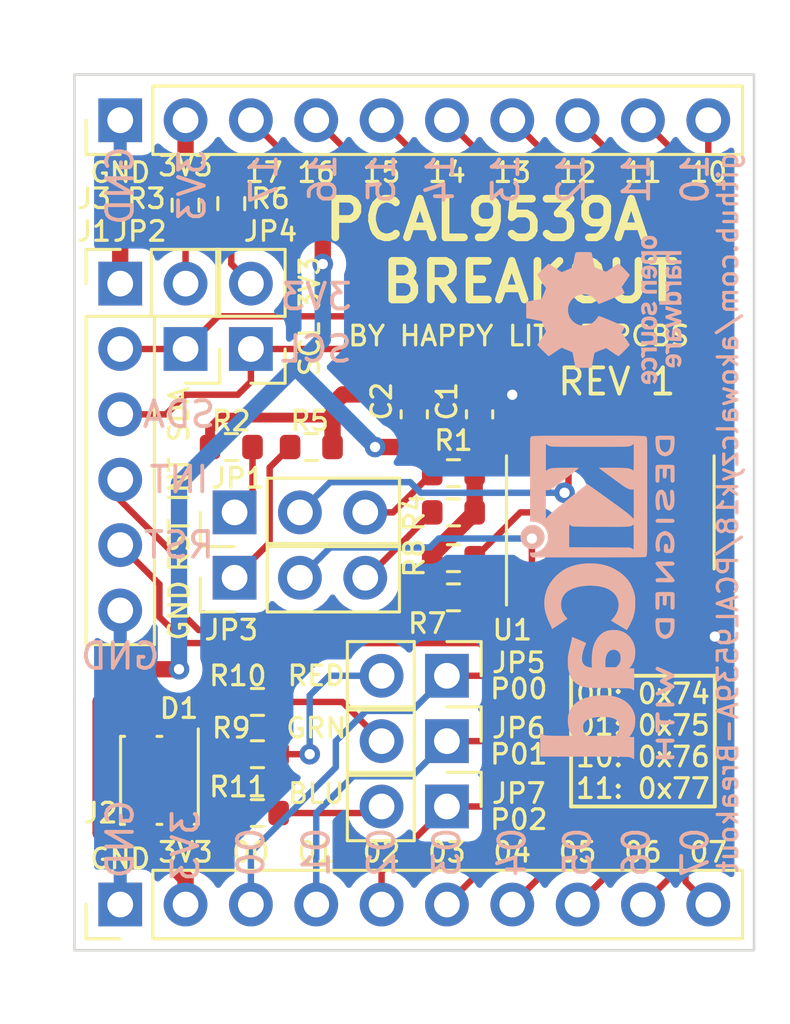
<source format=kicad_pcb>
(kicad_pcb (version 20201002) (generator pcbnew)
  (layers (0 "F.Cu" signal) (31 "B.Cu" signal) (34 "B.Paste" user) (35 "F.Paste" user) (36 "B.SilkS" user "B.Silkscreen") (37 "F.SilkS" user "F.Silkscreen") (38 "B.Mask" user) (39 "F.Mask" user) (44 "Edge.Cuts" user))
  (net 0 "")
  (net 1 "GND")
  (net 2 "+3V3")
  (net 3 "Net-(D1-Pad1)")
  (net 4 "Net-(D1-Pad3)")
  (net 5 "Net-(D1-Pad4)")
  (net 6 "/IO_RST")
  (net 7 "/~IO_INT")
  (net 8 "/IO_SDA")
  (net 9 "/IO_SCL")
  (net 10 "/P0_7")
  (net 11 "/P0_6")
  (net 12 "/P0_5")
  (net 13 "/P0_4")
  (net 14 "/P0_3")
  (net 15 "/P0_2")
  (net 16 "/P0_1")
  (net 17 "/P0_0")
  (net 18 "/P1_7")
  (net 19 "/P1_6")
  (net 20 "/P1_5")
  (net 21 "/P1_4")
  (net 22 "/P1_3")
  (net 23 "/P1_2")
  (net 24 "/P1_1")
  (net 25 "/P1_0")
  (net 26 "Net-(JP1-Pad3)")
  (net 27 "/IO_A0")
  (net 28 "Net-(JP1-Pad1)")
  (net 29 "Net-(JP2-Pad2)")
  (net 30 "Net-(JP3-Pad3)")
  (net 31 "Net-(JP3-Pad1)")
  (net 32 "Net-(JP4-Pad2)")
  (net 33 "Net-(JP5-Pad2)")
  (net 34 "Net-(JP6-Pad2)")
  (net 35 "Net-(JP7-Pad2)")
  (net 36 "/IO_A1")
  (module "Resistor_SMD:R_0603_1608Metric" (layer "F.Cu") (at 139.954 118.618)
    (fp_text reference "R8" (at -1.524 0 270) (layer "F.SilkS") (effects (font (size 0.762 0.762) (thickness 0.127))))
    (fp_text value "4.7k")
    (pad "1" smd roundrect (at -0.825 0) (size 0.8 0.95) (layers "F.Cu" "F.Paste" "F.Mask") (net 2 "+3V3"))
    (pad "2" smd roundrect (at 0.825 0) (size 0.8 0.95) (layers "F.Cu" "F.Paste" "F.Mask") (net 6 "/IO_RST"))
  )
  (module "Resistor_SMD:R_0603_1608Metric" (layer "F.Cu") (at 139.954 115.316 180)
    (fp_text reference "R1" (at 0 1.27) (layer "F.SilkS") (effects (font (size 0.762 0.762) (thickness 0.127))))
    (fp_text value "4.7k")
    (pad "1" smd roundrect (at -0.825 0 180) (size 0.8 0.95) (layers "F.Cu" "F.Paste" "F.Mask") (net 2 "+3V3"))
    (pad "2" smd roundrect (at 0.825 0 180) (size 0.8 0.95) (layers "F.Cu" "F.Paste" "F.Mask") (net 26 "Net-(JP1-Pad3)"))
  )
  (module "Connector_PinHeader_2.54mm:PinHeader_1x02_P2.54mm_Vertical" (layer "F.Cu") (at 139.7 123.19 -90)
    (fp_text reference "JP5" (at -0.508 -2.794 180) (layer "F.SilkS") (effects (font (size 0.762 0.762) (thickness 0.127))))
    (fp_text value "Jumper_2_Bridged")
    (pad "1" thru_hole rect (at 0 0 270) (size 1.7 1.7) (drill 1) (layers *.Cu *.Mask) (net 17 "/P0_0"))
    (pad "2" thru_hole oval (at 0 2.54 270) (size 1.7 1.7) (drill 1) (layers *.Cu *.Mask) (net 33 "Net-(JP5-Pad2)"))
  )
  (module "Resistor_SMD:R_0603_1608Metric" (layer "F.Cu") (at 139.954 116.84 180)
    (fp_text reference "R4" (at 1.524 0 90) (layer "F.SilkS") (effects (font (size 0.762 0.762) (thickness 0.127))))
    (fp_text value "4.7k")
    (pad "1" smd roundrect (at -0.825 0 180) (size 0.8 0.95) (layers "F.Cu" "F.Paste" "F.Mask") (net 2 "+3V3"))
    (pad "2" smd roundrect (at 0.825 0 180) (size 0.8 0.95) (layers "F.Cu" "F.Paste" "F.Mask") (net 30 "Net-(JP3-Pad3)"))
  )
  (module "Resistor_SMD:R_0603_1608Metric" (layer "F.Cu") (at 132.334 128.524)
    (fp_text reference "R11" (at -0.762 -1.016) (layer "F.SilkS") (effects (font (size 0.762 0.762) (thickness 0.127))))
    (fp_text value "150")
    (pad "1" smd roundrect (at -0.825 0) (size 0.8 0.95) (layers "F.Cu" "F.Paste" "F.Mask") (net 4 "Net-(D1-Pad3)"))
    (pad "2" smd roundrect (at 0.825 0) (size 0.8 0.95) (layers "F.Cu" "F.Paste" "F.Mask") (net 35 "Net-(JP7-Pad2)"))
  )
  (module "Connector_PinHeader_2.54mm:PinHeader_1x03_P2.54mm_Vertical" (layer "F.Cu") (at 131.445 116.84 90)
    (fp_text reference "JP1" (at 1.33 0.127 180) (layer "F.SilkS") (effects (font (size 0.762 0.762) (thickness 0.127))))
    (fp_text value "NP")
    (pad "1" thru_hole rect (at 0 0 90) (size 1.7 1.7) (drill 1) (layers *.Cu *.Mask) (net 28 "Net-(JP1-Pad1)"))
    (pad "2" thru_hole oval (at 0 2.54 90) (size 1.7 1.7) (drill 1) (layers *.Cu *.Mask) (net 27 "/IO_A0"))
    (pad "3" thru_hole oval (at 0 5.08 90) (size 1.7 1.7) (drill 1) (layers *.Cu *.Mask) (net 26 "Net-(JP1-Pad3)"))
  )
  (module "Connector_PinHeader_2.54mm:PinHeader_1x03_P2.54mm_Vertical" (layer "F.Cu") (at 131.445 119.38 90)
    (fp_text reference "JP3" (at -2.032 -0.127 180) (layer "F.SilkS") (effects (font (size 0.762 0.762) (thickness 0.127))))
    (fp_text value "NP")
    (pad "1" thru_hole rect (at 0 0 90) (size 1.7 1.7) (drill 1) (layers *.Cu *.Mask) (net 31 "Net-(JP3-Pad1)"))
    (pad "2" thru_hole oval (at 0 2.54 90) (size 1.7 1.7) (drill 1) (layers *.Cu *.Mask) (net 36 "/IO_A1"))
    (pad "3" thru_hole oval (at 0 5.08 90) (size 1.7 1.7) (drill 1) (layers *.Cu *.Mask) (net 30 "Net-(JP3-Pad3)"))
  )
  (module "Resistor_SMD:R_0603_1608Metric" (layer "F.Cu") (at 132.334 124.206)
    (fp_text reference "R10" (at -0.762 -1.016) (layer "F.SilkS") (effects (font (size 0.762 0.762) (thickness 0.127))))
    (fp_text value "150")
    (pad "1" smd roundrect (at -0.825 0) (size 0.8 0.95) (layers "F.Cu" "F.Paste" "F.Mask") (net 5 "Net-(D1-Pad4)"))
    (pad "2" smd roundrect (at 0.825 0) (size 0.8 0.95) (layers "F.Cu" "F.Paste" "F.Mask") (net 34 "Net-(JP6-Pad2)"))
  )
  (module "Connector_PinHeader_2.54mm:PinHeader_1x10_P2.54mm_Vertical" (layer "F.Cu") (at 127 101.6 90)
    (fp_text reference "J3" (at -3.048 -1.016 180) (layer "F.SilkS") (effects (font (size 0.762 0.762) (thickness 0.127))))
    (fp_text value "Conn_01x10")
    (pad "1" thru_hole rect (at 0 0 90) (size 1.7 1.7) (drill 1) (layers *.Cu *.Mask) (net 1 "GND"))
    (pad "2" thru_hole oval (at 0 2.54 90) (size 1.7 1.7) (drill 1) (layers *.Cu *.Mask) (net 2 "+3V3"))
    (pad "3" thru_hole oval (at 0 5.08 90) (size 1.7 1.7) (drill 1) (layers *.Cu *.Mask) (net 18 "/P1_7"))
    (pad "4" thru_hole oval (at 0 7.62 90) (size 1.7 1.7) (drill 1) (layers *.Cu *.Mask) (net 19 "/P1_6"))
    (pad "5" thru_hole oval (at 0 10.16 90) (size 1.7 1.7) (drill 1) (layers *.Cu *.Mask) (net 20 "/P1_5"))
    (pad "6" thru_hole oval (at 0 12.7 90) (size 1.7 1.7) (drill 1) (layers *.Cu *.Mask) (net 21 "/P1_4"))
    (pad "7" thru_hole oval (at 0 15.24 90) (size 1.7 1.7) (drill 1) (layers *.Cu *.Mask) (net 22 "/P1_3"))
    (pad "8" thru_hole oval (at 0 17.78 90) (size 1.7 1.7) (drill 1) (layers *.Cu *.Mask) (net 23 "/P1_2"))
    (pad "9" thru_hole oval (at 0 20.32 90) (size 1.7 1.7) (drill 1) (layers *.Cu *.Mask) (net 24 "/P1_1"))
    (pad "10" thru_hole oval (at 0 22.86 90) (size 1.7 1.7) (drill 1) (layers *.Cu *.Mask) (net 25 "/P1_0"))
  )
  (module "LED_SMD:LED_Kingbright_AAA3528ESGCT" (layer "F.Cu") (at 128.524 127.254 -90)
    (fp_text reference "D1" (at -2.794 -0.762 180) (layer "F.SilkS") (effects (font (size 0.762 0.762) (thickness 0.127))))
    (fp_text value "LED_RABG")
    (pad "1" smd rect (at -1.4 -0.725 270) (size 1.2 0.9) (layers "F.Cu" "F.Paste" "F.Mask") (net 3 "Net-(D1-Pad1)"))
    (pad "2" smd rect (at 1.4 -0.725 270) (size 1.2 0.9) (layers "F.Cu" "F.Paste" "F.Mask") (net 2 "+3V3"))
    (pad "3" smd rect (at 1.4 0.725 270) (size 1.2 0.9) (layers "F.Cu" "F.Paste" "F.Mask") (net 4 "Net-(D1-Pad3)"))
    (pad "4" smd rect (at -1.4 0.725 270) (size 1.2 0.9) (layers "F.Cu" "F.Paste" "F.Mask") (net 5 "Net-(D1-Pad4)"))
  )
  (module "Capacitor_SMD:C_0603_1608Metric" (layer "F.Cu") (at 140.97 113.03 90)
    (fp_text reference "C1" (at 0.508 -1.27 90) (layer "F.SilkS") (effects (font (size 0.762 0.762) (thickness 0.127))))
    (fp_text value "1u")
    (pad "1" smd roundrect (at -0.775 0 90) (size 0.9 0.95) (layers "F.Cu" "F.Paste" "F.Mask") (net 2 "+3V3"))
    (pad "2" smd roundrect (at 0.775 0 90) (size 0.9 0.95) (layers "F.Cu" "F.Paste" "F.Mask") (net 1 "GND"))
  )
  (module "Resistor_SMD:R_0603_1608Metric" (layer "F.Cu") (at 134.429 114.3)
    (fp_text reference "R5" (at -0.063 -1.016) (layer "F.SilkS") (effects (font (size 0.762 0.762) (thickness 0.127))))
    (fp_text value "4.7k")
    (pad "1" smd roundrect (at -0.825 0) (size 0.8 0.95) (layers "F.Cu" "F.Paste" "F.Mask") (net 31 "Net-(JP3-Pad1)"))
    (pad "2" smd roundrect (at 0.825 0) (size 0.8 0.95) (layers "F.Cu" "F.Paste" "F.Mask") (net 1 "GND"))
  )
  (module "Resistor_SMD:R_0603_1608Metric" (layer "F.Cu") (at 129.54 104.902 -90)
    (fp_text reference "R3" (at -0.254 1.524 180) (layer "F.SilkS") (effects (font (size 0.762 0.762) (thickness 0.127))))
    (fp_text value "4.7k")
    (pad "1" smd roundrect (at -0.825 0 270) (size 0.8 0.95) (layers "F.Cu" "F.Paste" "F.Mask") (net 2 "+3V3"))
    (pad "2" smd roundrect (at 0.825 0 270) (size 0.8 0.95) (layers "F.Cu" "F.Paste" "F.Mask") (net 29 "Net-(JP2-Pad2)"))
  )
  (module "Connector_PinHeader_2.54mm:PinHeader_1x02_P2.54mm_Vertical" (layer "F.Cu") (at 139.7 128.27 -90)
    (fp_text reference "JP7" (at -0.508 -2.794 180) (layer "F.SilkS") (effects (font (size 0.762 0.762) (thickness 0.127))))
    (fp_text value "Jumper_2_Bridged")
    (pad "1" thru_hole rect (at 0 0 270) (size 1.7 1.7) (drill 1) (layers *.Cu *.Mask) (net 15 "/P0_2"))
    (pad "2" thru_hole oval (at 0 2.54 270) (size 1.7 1.7) (drill 1) (layers *.Cu *.Mask) (net 35 "Net-(JP7-Pad2)"))
  )
  (module "Capacitor_SMD:C_0603_1608Metric" (layer "F.Cu") (at 138.43 113.03 90)
    (fp_text reference "C2" (at 0.508 -1.27 90) (layer "F.SilkS") (effects (font (size 0.762 0.762) (thickness 0.127))))
    (fp_text value "0.1u")
    (pad "1" smd roundrect (at -0.775 0 90) (size 0.9 0.95) (layers "F.Cu" "F.Paste" "F.Mask") (net 2 "+3V3"))
    (pad "2" smd roundrect (at 0.775 0 90) (size 0.9 0.95) (layers "F.Cu" "F.Paste" "F.Mask") (net 1 "GND"))
  )
  (module "Connector_PinHeader_2.54mm:PinHeader_1x02_P2.54mm_Vertical" (layer "F.Cu") (at 129.54 110.49 180)
    (fp_text reference "JP2" (at 1.778 4.572 180) (layer "F.SilkS") (effects (font (size 0.762 0.762) (thickness 0.127))))
    (fp_text value "Jumper_2_Bridged")
    (pad "1" thru_hole rect (at 0 0 180) (size 1.7 1.7) (drill 1) (layers *.Cu *.Mask) (net 9 "/IO_SCL"))
    (pad "2" thru_hole oval (at 0 2.54 180) (size 1.7 1.7) (drill 1) (layers *.Cu *.Mask) (net 29 "Net-(JP2-Pad2)"))
  )
  (module "Resistor_SMD:R_0603_1608Metric" (layer "F.Cu") (at 131.318 104.839 -90)
    (fp_text reference "R6" (at -0.191 -1.524) (layer "F.SilkS") (effects (font (size 0.762 0.762) (thickness 0.127))))
    (fp_text value "4.7k")
    (pad "1" smd roundrect (at -0.825 0 270) (size 0.8 0.95) (layers "F.Cu" "F.Paste" "F.Mask") (net 2 "+3V3"))
    (pad "2" smd roundrect (at 0.825 0 270) (size 0.8 0.95) (layers "F.Cu" "F.Paste" "F.Mask") (net 32 "Net-(JP4-Pad2)"))
  )
  (module "Resistor_SMD:R_0603_1608Metric" (layer "F.Cu") (at 132.334 126.238)
    (fp_text reference "R9" (at -1.016 -1.016) (layer "F.SilkS") (effects (font (size 0.762 0.762) (thickness 0.127))))
    (fp_text value "470")
    (pad "1" smd roundrect (at -0.825 0) (size 0.8 0.95) (layers "F.Cu" "F.Paste" "F.Mask") (net 3 "Net-(D1-Pad1)"))
    (pad "2" smd roundrect (at 0.825 0) (size 0.8 0.95) (layers "F.Cu" "F.Paste" "F.Mask") (net 33 "Net-(JP5-Pad2)"))
  )
  (module "Package_SO:TSSOP-24_4.4x7.8mm_P0.65mm" (layer "F.Cu") (at 146.05 116.84 90)
    (fp_text reference "U1" (at -4.572 -3.81 180) (layer "F.SilkS") (effects (font (size 0.762 0.762) (thickness 0.127))))
    (fp_text value "PCAL9539A")
    (pad "1" smd roundrect (at -2.8625 -3.575 90) (size 1.475 0.4) (layers "F.Cu" "F.Paste" "F.Mask") (net 7 "/~IO_INT"))
    (pad "2" smd roundrect (at -2.8625 -2.925 90) (size 1.475 0.4) (layers "F.Cu" "F.Paste" "F.Mask") (net 36 "/IO_A1"))
    (pad "3" smd roundrect (at -2.8625 -2.275 90) (size 1.475 0.4) (layers "F.Cu" "F.Paste" "F.Mask") (net 6 "/IO_RST"))
    (pad "4" smd roundrect (at -2.8625 -1.625 90) (size 1.475 0.4) (layers "F.Cu" "F.Paste" "F.Mask") (net 17 "/P0_0"))
    (pad "5" smd roundrect (at -2.8625 -0.975 90) (size 1.475 0.4) (layers "F.Cu" "F.Paste" "F.Mask") (net 16 "/P0_1"))
    (pad "6" smd roundrect (at -2.8625 -0.325 90) (size 1.475 0.4) (layers "F.Cu" "F.Paste" "F.Mask") (net 15 "/P0_2"))
    (pad "7" smd roundrect (at -2.8625 0.325 90) (size 1.475 0.4) (layers "F.Cu" "F.Paste" "F.Mask") (net 14 "/P0_3"))
    (pad "8" smd roundrect (at -2.8625 0.975 90) (size 1.475 0.4) (layers "F.Cu" "F.Paste" "F.Mask") (net 13 "/P0_4"))
    (pad "9" smd roundrect (at -2.8625 1.625 90) (size 1.475 0.4) (layers "F.Cu" "F.Paste" "F.Mask") (net 12 "/P0_5"))
    (pad "10" smd roundrect (at -2.8625 2.275 90) (size 1.475 0.4) (layers "F.Cu" "F.Paste" "F.Mask") (net 11 "/P0_6"))
    (pad "11" smd roundrect (at -2.8625 2.925 90) (size 1.475 0.4) (layers "F.Cu" "F.Paste" "F.Mask") (net 10 "/P0_7"))
    (pad "12" smd roundrect (at -2.8625 3.575 90) (size 1.475 0.4) (layers "F.Cu" "F.Paste" "F.Mask") (net 1 "GND"))
    (pad "13" smd roundrect (at 2.8625 3.575 90) (size 1.475 0.4) (layers "F.Cu" "F.Paste" "F.Mask") (net 25 "/P1_0"))
    (pad "14" smd roundrect (at 2.8625 2.925 90) (size 1.475 0.4) (layers "F.Cu" "F.Paste" "F.Mask") (net 24 "/P1_1"))
    (pad "15" smd roundrect (at 2.8625 2.275 90) (size 1.475 0.4) (layers "F.Cu" "F.Paste" "F.Mask") (net 23 "/P1_2"))
    (pad "16" smd roundrect (at 2.8625 1.625 90) (size 1.475 0.4) (layers "F.Cu" "F.Paste" "F.Mask") (net 22 "/P1_3"))
    (pad "17" smd roundrect (at 2.8625 0.975 90) (size 1.475 0.4) (layers "F.Cu" "F.Paste" "F.Mask") (net 21 "/P1_4"))
    (pad "18" smd roundrect (at 2.8625 0.325 90) (size 1.475 0.4) (layers "F.Cu" "F.Paste" "F.Mask") (net 20 "/P1_5"))
    (pad "19" smd roundrect (at 2.8625 -0.325 90) (size 1.475 0.4) (layers "F.Cu" "F.Paste" "F.Mask") (net 19 "/P1_6"))
    (pad "20" smd roundrect (at 2.8625 -0.975 90) (size 1.475 0.4) (layers "F.Cu" "F.Paste" "F.Mask") (net 18 "/P1_7"))
    (pad "21" smd roundrect (at 2.8625 -1.625 90) (size 1.475 0.4) (layers "F.Cu" "F.Paste" "F.Mask") (net 27 "/IO_A0"))
    (pad "22" smd roundrect (at 2.8625 -2.275 90) (size 1.475 0.4) (layers "F.Cu" "F.Paste" "F.Mask") (net 9 "/IO_SCL"))
    (pad "23" smd roundrect (at 2.8625 -2.925 90) (size 1.475 0.4) (layers "F.Cu" "F.Paste" "F.Mask") (net 8 "/IO_SDA"))
    (pad "24" smd roundrect (at 2.8625 -3.575 90) (size 1.475 0.4) (layers "F.Cu" "F.Paste" "F.Mask") (net 2 "+3V3"))
  )
  (module "Resistor_SMD:R_0603_1608Metric" (layer "F.Cu") (at 131.318 114.3 180)
    (fp_text reference "R2" (at 0 1.016 180) (layer "F.SilkS") (effects (font (size 0.762 0.762) (thickness 0.127))))
    (fp_text value "4.7k")
    (pad "1" smd roundrect (at -0.825 0 180) (size 0.8 0.95) (layers "F.Cu" "F.Paste" "F.Mask") (net 28 "Net-(JP1-Pad1)"))
    (pad "2" smd roundrect (at 0.825 0 180) (size 0.8 0.95) (layers "F.Cu" "F.Paste" "F.Mask") (net 1 "GND"))
  )
  (module "Connector_PinHeader_2.54mm:PinHeader_1x02_P2.54mm_Vertical" (layer "F.Cu") (at 139.7 125.73 -90)
    (fp_text reference "JP6" (at -0.508 -2.794 180) (layer "F.SilkS") (effects (font (size 0.762 0.762) (thickness 0.127))))
    (fp_text value "Jumper_2_Bridged")
    (pad "1" thru_hole rect (at 0 0 270) (size 1.7 1.7) (drill 1) (layers *.Cu *.Mask) (net 16 "/P0_1"))
    (pad "2" thru_hole oval (at 0 2.54 270) (size 1.7 1.7) (drill 1) (layers *.Cu *.Mask) (net 34 "Net-(JP6-Pad2)"))
  )
  (module "Resistor_SMD:R_0603_1608Metric" (layer "F.Cu") (at 139.954 120.142)
    (fp_text reference "R7" (at -1.016 1.016 180) (layer "F.SilkS") (effects (font (size 0.762 0.762) (thickness 0.127))))
    (fp_text value "4.7k")
    (pad "1" smd roundrect (at -0.825 0) (size 0.8 0.95) (layers "F.Cu" "F.Paste" "F.Mask") (net 2 "+3V3"))
    (pad "2" smd roundrect (at 0.825 0) (size 0.8 0.95) (layers "F.Cu" "F.Paste" "F.Mask") (net 7 "/~IO_INT"))
  )
  (module "Connector_PinHeader_2.54mm:PinHeader_1x10_P2.54mm_Vertical" (layer "F.Cu") (at 127 132.08 90)
    (fp_text reference "J2" (at 3.556 -0.762 180) (layer "F.SilkS") (effects (font (size 0.762 0.762) (thickness 0.127))))
    (fp_text value "Conn_01x10")
    (pad "1" thru_hole rect (at 0 0 90) (size 1.7 1.7) (drill 1) (layers *.Cu *.Mask) (net 1 "GND"))
    (pad "2" thru_hole oval (at 0 2.54 90) (size 1.7 1.7) (drill 1) (layers *.Cu *.Mask) (net 2 "+3V3"))
    (pad "3" thru_hole oval (at 0 5.08 90) (size 1.7 1.7) (drill 1) (layers *.Cu *.Mask) (net 17 "/P0_0"))
    (pad "4" thru_hole oval (at 0 7.62 90) (size 1.7 1.7) (drill 1) (layers *.Cu *.Mask) (net 16 "/P0_1"))
    (pad "5" thru_hole oval (at 0 10.16 90) (size 1.7 1.7) (drill 1) (layers *.Cu *.Mask) (net 15 "/P0_2"))
    (pad "6" thru_hole oval (at 0 12.7 90) (size 1.7 1.7) (drill 1) (layers *.Cu *.Mask) (net 14 "/P0_3"))
    (pad "7" thru_hole oval (at 0 15.24 90) (size 1.7 1.7) (drill 1) (layers *.Cu *.Mask) (net 13 "/P0_4"))
    (pad "8" thru_hole oval (at 0 17.78 90) (size 1.7 1.7) (drill 1) (layers *.Cu *.Mask) (net 12 "/P0_5"))
    (pad "9" thru_hole oval (at 0 20.32 90) (size 1.7 1.7) (drill 1) (layers *.Cu *.Mask) (net 11 "/P0_6"))
    (pad "10" thru_hole oval (at 0 22.86 90) (size 1.7 1.7) (drill 1) (layers *.Cu *.Mask) (net 10 "/P0_7"))
  )
  (module "Connector_PinHeader_2.54mm:PinHeader_1x06_P2.54mm_Vertical" (layer "F.Cu") (at 127 107.95)
    (fp_text reference "J1" (at -1.016 -2.032) (layer "F.SilkS") (effects (font (size 0.762 0.762) (thickness 0.127))))
    (fp_text value "Conn_01x06")
    (pad "1" thru_hole rect (at 0 0) (size 1.7 1.7) (drill 1) (layers *.Cu *.Mask) (net 2 "+3V3"))
    (pad "2" thru_hole oval (at 0 2.54) (size 1.7 1.7) (drill 1) (layers *.Cu *.Mask) (net 9 "/IO_SCL"))
    (pad "3" thru_hole oval (at 0 5.08) (size 1.7 1.7) (drill 1) (layers *.Cu *.Mask) (net 8 "/IO_SDA"))
    (pad "4" thru_hole oval (at 0 7.62) (size 1.7 1.7) (drill 1) (layers *.Cu *.Mask) (net 7 "/~IO_INT"))
    (pad "5" thru_hole oval (at 0 10.16) (size 1.7 1.7) (drill 1) (layers *.Cu *.Mask) (net 6 "/IO_RST"))
    (pad "6" thru_hole oval (at 0 12.7) (size 1.7 1.7) (drill 1) (layers *.Cu *.Mask) (net 1 "GND"))
  )
  (module "Connector_PinHeader_2.54mm:PinHeader_1x02_P2.54mm_Vertical" (layer "F.Cu") (at 132.08 110.49 180)
    (fp_text reference "JP4" (at -0.762 4.572 180) (layer "F.SilkS") (effects (font (size 0.762 0.762) (thickness 0.127))))
    (fp_text value "Jumper_2_Bridged")
    (pad "1" thru_hole rect (at 0 0 180) (size 1.7 1.7) (drill 1) (layers *.Cu *.Mask) (net 8 "/IO_SDA"))
    (pad "2" thru_hole oval (at 0 2.54 180) (size 1.7 1.7) (drill 1) (layers *.Cu *.Mask) (net 32 "Net-(JP4-Pad2)"))
  )
  (module "Symbol:KiCad-Logo2_5mm_SilkScreen" (layer "B.Cu") (at 145.542 120.142 -90)
    (fp_text reference "REF**" hide)
    (fp_text value "KiCad-Logo2_5mm_SilkScreen" hide)
  )
  (module "Symbol:OSHW-Logo_5.7x6mm_SilkScreen" (layer "B.Cu") (at 145.796 108.966 -90)
    (fp_text reference "REF**" hide)
    (fp_text value "OSHW-Logo_5.7x6mm_SilkScreen" hide)
  )
  (gr_line (start 144.526 123.19) (end 150.114 123.19) (layer "F.SilkS") (width 0.15))
  (gr_line (start 150.114 123.19) (end 150.114 128.27) (layer "F.SilkS") (width 0.15))
  (gr_line (start 150.114 128.27) (end 144.526 128.27) (layer "F.SilkS") (width 0.15))
  (gr_line (start 144.526 128.27) (end 144.526 123.19) (layer "F.SilkS") (width 0.15))
  (gr_rect (start 125.222 99.822) (end 151.638 133.858) (layer "Edge.Cuts") (width 0.1))
  (gr_text "04" (at 142.24 130.048 90) (layer "B.SilkS") (effects (font (size 1 1)) (justify mirror)))
  (gr_text "RST" (at 129.286 118.11) (layer "B.SilkS") (effects (font (size 1 1)) (justify mirror)))
  (gr_text "01" (at 134.62 130.048 90) (layer "B.SilkS") (effects (font (size 1 1)) (justify mirror)))
  (gr_text "06" (at 147.066 130.048 90) (layer "B.SilkS") (effects (font (size 1 1)) (justify mirror)))
  (gr_text "GND" (at 127 104.14 90) (layer "B.SilkS") (effects (font (size 1 1)) (justify mirror)))
  (gr_text "15" (at 137.16 103.886 90) (layer "B.SilkS") (effects (font (size 1 1)) (justify mirror)))
  (gr_text "GND" (at 127 129.54 90) (layer "B.SilkS") (effects (font (size 1 1)) (justify mirror)))
  (gr_text "10" (at 149.352 103.886 90) (layer "B.SilkS") (effects (font (size 1 1)) (justify mirror)))
  (gr_text "11" (at 147.066 103.886 90) (layer "B.SilkS") (effects (font (size 1 1)) (justify mirror)))
  (gr_text "3V3" (at 134.62 108.458) (layer "B.SilkS") (effects (font (size 1 1)) (justify mirror)))
  (gr_text "SCL" (at 134.62 110.49) (layer "B.SilkS") (effects (font (size 1 1)) (justify mirror)))
  (gr_text "GND" (at 127 122.428) (layer "B.SilkS") (effects (font (size 1 1)) (justify mirror)))
  (gr_text "17" (at 132.588 103.886 90) (layer "B.SilkS") (effects (font (size 1 1)) (justify mirror)))
  (gr_text "13" (at 141.986 103.886 90) (layer "B.SilkS") (effects (font (size 1 1)) (justify mirror)))
  (gr_text "00" (at 132.08 130.048 90) (layer "B.SilkS") (effects (font (size 1 1)) (justify mirror)))
  (gr_text "05" (at 144.78 130.048 90) (layer "B.SilkS") (effects (font (size 1 1)) (justify mirror)))
  (gr_text "SDA" (at 129.286 113.03) (layer "B.SilkS") (effects (font (size 1 1)) (justify mirror)))
  (gr_text "07" (at 149.352 130.048 90) (layer "B.SilkS") (effects (font (size 1 1)) (justify mirror)))
  (gr_text "3V3" (at 129.794 104.14 90) (layer "B.SilkS") (effects (font (size 1 1)) (justify mirror)))
  (gr_text "02" (at 137.16 130.048 90) (layer "B.SilkS") (effects (font (size 1 1)) (justify mirror)))
  (gr_text "github.com/akowalczyk18/PCAL9539A-Breakout" (at 150.622 116.84 90) (layer "B.SilkS") (effects (font (size 0.762 0.762) (thickness 0.127)) (justify mirror)))
  (gr_text "INT" (at 129.286 115.57) (layer "B.SilkS") (effects (font (size 1 1)) (justify mirror)))
  (gr_text "12" (at 144.526 103.886 90) (layer "B.SilkS") (effects (font (size 1 1)) (justify mirror)))
  (gr_text "03" (at 139.7 130.048 90) (layer "B.SilkS") (effects (font (size 1 1)) (justify mirror)))
  (gr_text "14" (at 139.446 103.886 90) (layer "B.SilkS") (effects (font (size 1 1)) (justify mirror)))
  (gr_text "16" (at 134.874 103.886 90) (layer "B.SilkS") (effects (font (size 1 1)) (justify mirror)))
  (gr_text "3V3" (at 129.54 129.794 90) (layer "B.SilkS") (effects (font (size 1 1)) (justify mirror)))
  (gr_text "00" (at 132.08 130.048) (layer "F.SilkS") (effects (font (size 0.762 0.762) (thickness 0.127))))
  (gr_text "INT" (at 129.286 115.57 90) (layer "F.SilkS") (effects (font (size 0.762 0.762) (thickness 0.127))))
  (gr_text "07" (at 149.86 130.048) (layer "F.SilkS") (effects (font (size 0.762 0.762) (thickness 0.127))))
  (gr_text "3V3" (at 129.54 103.378) (layer "F.SilkS") (effects (font (size 0.762 0.762) (thickness 0.127))))
  (gr_text "00: 0x74\n01: 0x75\n10: 0x76\n11: 0x77" (at 147.32 125.73) (layer "F.SilkS") (effects (font (size 0.762 0.762) (thickness 0.127))))
  (gr_text "17" (at 132.588 103.632) (layer "F.SilkS") (effects (font (size 0.762 0.762) (thickness 0.127))))
  (gr_text "06" (at 147.32 130.048) (layer "F.SilkS") (effects (font (size 0.762 0.762) (thickness 0.127))))
  (gr_text "GND" (at 127 103.632) (layer "F.SilkS") (effects (font (size 0.762 0.762) (thickness 0.127))))
  (gr_text "03" (at 139.7 130.048) (layer "F.SilkS") (effects (font (size 0.762 0.762) (thickness 0.127))))
  (gr_text "RST" (at 129.286 118.11 90) (layer "F.SilkS") (effects (font (size 0.762 0.762) (thickness 0.127))))
  (gr_text "P00" (at 142.494 123.698) (layer "F.SilkS") (effects (font (size 0.762 0.762) (thickness 0.127))))
  (gr_text "REV 1" (at 146.304 111.76) (layer "F.SilkS") (effects (font (size 1.016 1.016) (thickness 0.1524))))
  (gr_text "02" (at 137.16 130.048) (layer "F.SilkS") (effects (font (size 0.762 0.762) (thickness 0.127))))
  (gr_text "3V3" (at 134.366 107.95 90) (layer "F.SilkS") (effects (font (size 0.762 0.762) (thickness 0.127))))
  (gr_text "BLU" (at 134.62 127.762) (layer "F.SilkS") (effects (font (size 0.762 0.762) (thickness 0.127))))
  (gr_text "10" (at 149.86 103.632) (layer "F.SilkS") (effects (font (size 0.762 0.762) (thickness 0.127))))
  (gr_text "16" (at 134.62 103.632) (layer "F.SilkS") (effects (font (size 0.762 0.762) (thickness 0.127))))
  (gr_text "SDA" (at 129.286 113.03 90) (layer "F.SilkS") (effects (font (size 0.762 0.762) (thickness 0.127))))
  (gr_text "GND" (at 127 130.302) (layer "F.SilkS") (effects (font (size 0.762 0.762) (thickness 0.127))))
  (gr_text "12" (at 144.78 103.632) (layer "F.SilkS") (effects (font (size 0.762 0.762) (thickness 0.127))))
  (gr_text "P02" (at 142.494 128.778) (layer "F.SilkS") (effects (font (size 0.762 0.762) (thickness 0.127))))
  (gr_text "BY HAPPY LITTLE PCBS" (at 142.494 109.982) (layer "F.SilkS") (effects (font (size 0.762 0.762) (thickness 0.127))))
  (gr_text "14" (at 139.7 103.632) (layer "F.SilkS") (effects (font (size 0.762 0.762) (thickness 0.127))))
  (gr_text "GND" (at 129.286 120.65 90) (layer "F.SilkS") (effects (font (size 0.762 0.762) (thickness 0.127))))
  (gr_text "01" (at 134.62 130.048) (layer "F.SilkS") (effects (font (size 0.762 0.762) (thickness 0.127))))
  (gr_text "11" (at 147.32 103.632) (layer "F.SilkS") (effects (font (size 0.762 0.762) (thickness 0.127))))
  (gr_text "3V3" (at 129.54 130.048) (layer "F.SilkS") (effects (font (size 0.762 0.762) (thickness 0.127))))
  (gr_text "PCAL9539A \nBREAKOUT" (at 148.844 106.68) (layer "F.SilkS") (effects (font (size 1.5 1.5) (thickness 0.3)) (justify right)))
  (gr_text "P01" (at 142.494 126.238) (layer "F.SilkS") (effects (font (size 0.762 0.762) (thickness 0.127))))
  (gr_text "RED" (at 134.62 123.19) (layer "F.SilkS") (effects (font (size 0.762 0.762) (thickness 0.127))))
  (gr_text "SCL" (at 134.366 110.49 90) (layer "F.SilkS") (effects (font (size 0.762 0.762) (thickness 0.127))))
  (gr_text "15" (at 137.16 103.632) (layer "F.SilkS") (effects (font (size 0.762 0.762) (thickness 0.127))))
  (gr_text "04" (at 142.24 130.048) (layer "F.SilkS") (effects (font (size 0.762 0.762) (thickness 0.127))))
  (gr_text "GRN" (at 134.62 125.222) (layer "F.SilkS") (effects (font (size 0.762 0.762) (thickness 0.127))))
  (gr_text "13" (at 142.24 103.632) (layer "F.SilkS") (effects (font (size 0.762 0.762) (thickness 0.127))))
  (gr_text "05" (at 144.78 130.048) (layer "F.SilkS") (effects (font (size 0.762 0.762) (thickness 0.127))))
  (segment (start 140.983 112.268) (end 142.24 112.268) (width 0.635) (layer "F.Cu") (net 1))
  (segment (start 135.254 114.3) (end 135.254 113.156) (width 0.635) (layer "F.Cu") (net 1))
  (segment (start 135.649 112.255) (end 138.43 112.255) (width 0.635) (layer "F.Cu") (net 1))
  (segment (start 138.43 112.255) (end 140.97 112.255) (width 0.635) (layer "F.Cu") (net 1))
  (segment (start 130.938 113.156) (end 135.254 113.156) (width 0.381) (layer "F.Cu") (net 1))
  (segment (start 135.254 113.156) (end 135.254 112.65) (width 0.635) (layer "F.Cu") (net 1))
  (segment (start 130.493 113.601) (end 130.66271 113.43129) (width 0.381) (layer "F.Cu") (net 1))
  (segment (start 130.66271 113.43129) (end 130.938 113.156) (width 0.381) (layer "F.Cu") (net 1))
  (segment (start 149.625 119.7025) (end 149.625 121.177) (width 0.381) (layer "F.Cu") (net 1))
  (segment (start 135.254 112.65) (end 135.649 112.255) (width 0.635) (layer "F.Cu") (net 1))
  (segment (start 149.625 121.177) (end 150.114 121.666) (width 0.381) (layer "F.Cu") (net 1))
  (segment (start 130.493 114.3) (end 130.493 113.601) (width 0.381) (layer "F.Cu") (net 1))
  (segment (start 140.97 112.255) (end 140.983 112.268) (width 0.635) (layer "F.Cu") (net 1))
  (via (at 142.24 112.268) (size 0.8) (drill 0.4) (layers "F.Cu" "B.Cu") (net 1))
  (via (at 150.114 121.666) (size 0.8) (drill 0.4) (layers "F.Cu" "B.Cu") (net 1))
  (segment (start 126.238 124.206) (end 126.238 129.286) (width 0.635) (layer "F.Cu") (net 2))
  (segment (start 138.43 113.805) (end 140.97 113.805) (width 0.635) (layer "F.Cu") (net 2))
  (segment (start 137.935 114.3) (end 138.43 113.805) (width 0.635) (layer "F.Cu") (net 2))
  (segment (start 129.286 122.936) (end 127.508 122.936) (width 0.635) (layer "F.Cu") (net 2))
  (segment (start 127.254 130.302) (end 128.778 130.302) (width 0.635) (layer "F.Cu") (net 2))
  (segment (start 127 107.95) (end 127 105.664) (width 0.635) (layer "F.Cu") (net 2))
  (segment (start 140.779 113.996) (end 140.97 113.805) (width 0.635) (layer "F.Cu") (net 2))
  (segment (start 129.249 129.831) (end 129.249 128.654) (width 0.635) (layer "F.Cu") (net 2))
  (segment (start 139.129 118.618) (end 139.129 118.49) (width 0.635) (layer "F.Cu") (net 2))
  (segment (start 126.238 129.286) (end 127.254 130.302) (width 0.635) (layer "F.Cu") (net 2))
  (segment (start 128.778 130.302) (end 129.249 129.831) (width 0.635) (layer "F.Cu") (net 2))
  (segment (start 139.129 118.49) (end 140.779 116.84) (width 0.635) (layer "F.Cu") (net 2))
  (segment (start 127.508 122.936) (end 126.238 124.206) (width 0.635) (layer "F.Cu") (net 2))
  (segment (start 131.318 104.014) (end 132.716 104.014) (width 0.635) (layer "F.Cu") (net 2))
  (segment (start 140.779 115.316) (end 140.779 113.996) (width 0.635) (layer "F.Cu") (net 2))
  (segment (start 128.079 104.077) (end 129.54 104.077) (width 0.635) (layer "F.Cu") (net 2))
  (segment (start 131.318 104.014) (end 129.603 104.014) (width 0.635) (layer "F.Cu") (net 2))
  (segment (start 140.779 116.84) (end 140.779 115.316) (width 0.635) (layer "F.Cu") (net 2))
  (segment (start 132.716 104.014) (end 134.874 106.172) (width 0.635) (layer "F.Cu") (net 2))
  (segment (start 136.906 114.3) (end 137.935 114.3) (width 0.635) (layer "F.Cu") (net 2))
  (segment (start 127 105.664) (end 127 105.156) (width 0.635) (layer "F.Cu") (net 2))
  (segment (start 140.97 113.805) (end 141.1425 113.9775) (width 0.635) (layer "F.Cu") (net 2))
  (segment (start 141.142491 113.977496) (end 142.407488 113.977496) (width 0.381) (layer "F.Cu") (net 2))
  (segment (start 129.603 104.014) (end 129.54 104.077) (width 0.635) (layer "F.Cu") (net 2))
  (segment (start 134.874 106.172) (end 134.874 107.188) (width 0.635) (layer "F.Cu") (net 2))
  (segment (start 139.129 120.142) (end 139.129 118.618) (width 0.635) (layer "F.Cu") (net 2))
  (segment (start 129.54 101.6) (end 129.54 104.077) (width 0.635) (layer "F.Cu") (net 2))
  (segment (start 127 105.156) (end 128.079 104.077) (width 0.635) (layer "F.Cu") (net 2))
  (segment (start 129.54 132.08) (end 129.54 131.064) (width 0.635) (layer "F.Cu") (net 2))
  (segment (start 129.54 131.064) (end 128.778 130.302) (width 0.635) (layer "F.Cu") (net 2))
  (via (at 129.286 122.936) (size 0.8) (drill 0.4) (layers "F.Cu" "B.Cu") (net 2))
  (via (at 136.906 114.3) (size 0.8) (drill 0.4) (layers "F.Cu" "B.Cu") (net 2))
  (via (at 134.874 107.188) (size 0.8) (drill 0.4) (layers "F.Cu" "B.Cu") (net 2))
  (segment (start 134.874 110.12787) (end 134.057935 110.943935) (width 0.635) (layer "B.Cu") (net 2))
  (segment (start 129.286 115.71587) (end 129.286 119.652872) (width 0.635) (layer "B.Cu") (net 2))
  (segment (start 129.286 119.652872) (end 129.286 122.936) (width 0.635) (layer "B.Cu") (net 2))
  (segment (start 134.057935 110.943935) (end 134.057935 111.451935) (width 0.635) (layer "B.Cu") (net 2))
  (segment (start 134.057935 110.943935) (end 129.286 115.71587) (width 0.635) (layer "B.Cu") (net 2))
  (segment (start 134.874 107.188) (end 134.874 110.12787) (width 0.635) (layer "B.Cu") (net 2))
  (segment (start 134.057935 111.451935) (end 136.906 114.3) (width 0.635) (layer "B.Cu") (net 2))
  (segment (start 131.509 126.238) (end 129.633 126.238) (width 0.25) (layer "F.Cu") (net 3))
  (segment (start 129.633 126.238) (end 129.249 125.854) (width 0.25) (layer "F.Cu") (net 3))
  (segment (start 130.77699 127.72899) (end 130.556 127.508) (width 0.25) (layer "F.Cu") (net 4))
  (segment (start 128.885366 127.508) (end 127.799 128.594366) (width 0.25) (layer "F.Cu") (net 4))
  (segment (start 131.509 128.524) (end 131.509 128.461) (width 0.25) (layer "F.Cu") (net 4))
  (segment (start 131.509 128.461) (end 130.77699 127.72899) (width 0.25) (layer "F.Cu") (net 4))
  (segment (start 130.556 127.508) (end 128.885366 127.508) (width 0.25) (layer "F.Cu") (net 4))
  (segment (start 127.799 128.594366) (end 127.799 128.654) (width 0.25) (layer "F.Cu") (net 4))
  (segment (start 127.799 124.931) (end 127.799 125.854) (width 0.25) (layer "F.Cu") (net 5))
  (segment (start 128.524 124.206) (end 127.799 124.931) (width 0.25) (layer "F.Cu") (net 5))
  (segment (start 130.556 124.206) (end 128.524 124.206) (width 0.25) (layer "F.Cu") (net 5))
  (segment (start 131.509 124.206) (end 130.556 124.206) (width 0.25) (layer "F.Cu") (net 5))
  (segment (start 142.557 116.84) (end 140.779 118.618) (width 0.25) (layer "F.Cu") (net 6))
  (segment (start 143.65001 121.52599) (end 142.748 122.428) (width 0.25) (layer "F.Cu") (net 6))
  (segment (start 128.524 120.904) (end 128.524 119.634) (width 0.25) (layer "F.Cu") (net 6))
  (segment (start 143.65001 119.82749) (end 143.65001 121.52599) (width 0.25) (layer "F.Cu") (net 6))
  (segment (start 143.775 119.7025) (end 143.775 118.629) (width 0.25) (layer "F.Cu") (net 6))
  (segment (start 129.54 121.92) (end 128.524 120.904) (width 0.25) (layer "F.Cu") (net 6))
  (segment (start 143.775 119.7025) (end 143.65001 119.82749) (width 0.25) (layer "F.Cu") (net 6))
  (segment (start 143.256 116.84) (end 142.557 116.84) (width 0.25) (layer "F.Cu") (net 6))
  (segment (start 143.775 117.359) (end 143.256 116.84) (width 0.25) (layer "F.Cu") (net 6))
  (segment (start 143.775 118.629) (end 143.764 118.618) (width 0.25) (layer "F.Cu") (net 6))
  (segment (start 128.524 119.634) (end 127 118.11) (width 0.25) (layer "F.Cu") (net 6))
  (segment (start 141.478 122.428) (end 140.97 121.92) (width 0.25) (layer "F.Cu") (net 6))
  (segment (start 143.775 118.629) (end 143.775 117.359) (width 0.25) (layer "F.Cu") (net 6))
  (segment (start 140.97 121.92) (end 129.54 121.92) (width 0.25) (layer "F.Cu") (net 6))
  (segment (start 142.748 122.428) (end 141.478 122.428) (width 0.25) (layer "F.Cu") (net 6))
  (segment (start 141.287 120.65) (end 140.779 120.142) (width 0.25) (layer "F.Cu") (net 7))
  (segment (start 139.7 121.412) (end 130.048 121.412) (width 0.25) (layer "F.Cu") (net 7))
  (segment (start 142.475 120.161) (end 142.475 119.7025) (width 0.25) (layer "F.Cu") (net 7))
  (segment (start 141.986 120.65) (end 141.732 120.65) (width 0.25) (layer "F.Cu") (net 7))
  (segment (start 140.779 120.333) (end 139.7 121.412) (width 0.25) (layer "F.Cu") (net 7))
  (segment (start 141.732 120.65) (end 141.287 120.65) (width 0.25) (layer "F.Cu") (net 7))
  (segment (start 140.779 120.142) (end 140.779 120.333) (width 0.25) (layer "F.Cu") (net 7))
  (segment (start 129.286 120.65) (end 129.286 118.656998) (width 0.25) (layer "F.Cu") (net 7))
  (segment (start 127 116.370998) (end 127 115.57) (width 0.25) (layer "F.Cu") (net 7))
  (segment (start 141.986 120.65) (end 142.475 120.161) (width 0.25) (layer "F.Cu") (net 7))
  (segment (start 129.286 118.656998) (end 127 116.370998) (width 0.25) (layer "F.Cu") (net 7))
  (segment (start 130.048 121.412) (end 129.286 120.65) (width 0.25) (layer "F.Cu") (net 7))
  (segment (start 127 113.03) (end 128.778 113.03) (width 0.25) (layer "F.Cu") (net 8))
  (segment (start 128.778 113.03) (end 129.54 112.268) (width 0.25) (layer "F.Cu") (net 8))
  (segment (start 143.125 113.9775) (end 143.125 111.121) (width 0.25) (layer "F.Cu") (net 8))
  (segment (start 142.494 110.49) (end 132.08 110.49) (width 0.25) (layer "F.Cu") (net 8))
  (segment (start 143.125 111.121) (end 142.494 110.49) (width 0.25) (layer "F.Cu") (net 8))
  (segment (start 131.572 112.268) (end 132.08 111.76) (width 0.25) (layer "F.Cu") (net 8))
  (segment (start 129.54 112.268) (end 131.572 112.268) (width 0.25) (layer "F.Cu") (net 8))
  (segment (start 132.08 111.76) (end 132.08 110.49) (width 0.25) (layer "F.Cu") (net 8))
  (segment (start 143.775 110.501) (end 142.494 109.22) (width 0.25) (layer "F.Cu") (net 9))
  (segment (start 130.81 109.22) (end 129.54 110.49) (width 0.25) (layer "F.Cu") (net 9))
  (segment (start 127 110.49) (end 129.54 110.49) (width 0.25) (layer "F.Cu") (net 9))
  (segment (start 142.494 109.22) (end 130.81 109.22) (width 0.25) (layer "F.Cu") (net 9))
  (segment (start 143.775 113.9775) (end 143.775 110.501) (width 0.25) (layer "F.Cu") (net 9))
  (segment (start 148.975 131.195) (end 149.86 132.08) (width 0.25) (layer "F.Cu") (net 10))
  (segment (start 148.975 119.7025) (end 148.975 131.195) (width 0.25) (layer "F.Cu") (net 10))
  (segment (start 148.325 119.7025) (end 148.325 131.075) (width 0.25) (layer "F.Cu") (net 11))
  (segment (start 148.325 131.075) (end 147.32 132.08) (width 0.25) (layer "F.Cu") (net 11))
  (segment (start 147.675 119.7025) (end 147.675 129.185) (width 0.25) (layer "F.Cu") (net 12))
  (segment (start 147.675 129.185) (end 144.78 132.08) (width 0.25) (layer "F.Cu") (net 12))
  (segment (start 147.025 119.7025) (end 147.025 127.295) (width 0.25) (layer "F.Cu") (net 13))
  (segment (start 147.025 127.295) (end 142.24 132.08) (width 0.25) (layer "F.Cu") (net 13))
  (segment (start 146.375 119.7025) (end 146.375 125.405) (width 0.25) (layer "F.Cu") (net 14))
  (segment (start 146.375 125.405) (end 139.7 132.08) (width 0.25) (layer "F.Cu") (net 14))
  (segment (start 141.224 128.27) (end 139.7 128.27) (width 0.25) (layer "F.Cu") (net 15))
  (segment (start 137.16 130.81) (end 139.7 128.27) (width 0.25) (layer "F.Cu") (net 15))
  (segment (start 145.725 119.7025) (end 145.725 123.769) (width 0.25) (layer "F.Cu") (net 15))
  (segment (start 145.725 123.769) (end 141.224 128.27) (width 0.25) (layer "F.Cu") (net 15))
  (segment (start 137.16 132.08) (end 137.16 130.81) (width 0.25) (layer "F.Cu") (net 15))
  (segment (start 141.478 125.73) (end 139.7 125.73) (width 0.25) (layer "F.Cu") (net 16))
  (segment (start 145.075 122.133) (end 141.478 125.73) (width 0.25) (layer "F.Cu") (net 16))
  (segment (start 145.075 119.7025) (end 145.075 122.133) (width 0.25) (layer "F.Cu") (net 16))
  (segment (start 138.335001 127.094999) (end 136.049001 127.094999) (width 0.25) (layer "B.Cu") (net 16))
  (segment (start 139.7 125.73) (end 138.335001 127.094999) (width 0.25) (layer "B.Cu") (net 16))
  (segment (start 134.62 128.524) (end 134.62 132.08) (width 0.25) (layer "B.Cu") (net 16))
  (segment (start 136.049001 127.094999) (end 134.62 128.524) (width 0.25) (layer "B.Cu") (net 16))
  (segment (start 144.425 121.513) (end 142.748 123.19) (width 0.25) (layer "F.Cu") (net 17))
  (segment (start 144.425 119.7025) (end 144.425 121.513) (width 0.25) (layer "F.Cu") (net 17))
  (segment (start 142.748 123.19) (end 139.7 123.19) (width 0.25) (layer "F.Cu") (net 17))
  (segment (start 138.335001 124.554999) (end 136.557001 124.554999) (width 0.25) (layer "B.Cu") (net 17))
  (segment (start 139.7 123.19) (end 138.335001 124.554999) (width 0.25) (layer "B.Cu") (net 17))
  (segment (start 132.08 130.048) (end 132.08 132.08) (width 0.25) (layer "B.Cu") (net 17))
  (segment (start 136.557001 124.554999) (end 135.382 125.73) (width 0.25) (layer "B.Cu") (net 17))
  (segment (start 135.382 126.746) (end 132.08 130.048) (width 0.25) (layer "B.Cu") (net 17))
  (segment (start 135.382 125.73) (end 135.382 126.746) (width 0.25) (layer "B.Cu") (net 17))
  (segment (start 145.075 113.9775) (end 145.075 110.531) (width 0.25) (layer "F.Cu") (net 18))
  (segment (start 142.748 108.204) (end 138.684 108.204) (width 0.25) (layer "F.Cu") (net 18))
  (segment (start 145.075 110.531) (end 142.748 108.204) (width 0.25) (layer "F.Cu") (net 18))
  (segment (start 138.684 108.204) (end 132.08 101.6) (width 0.25) (layer "F.Cu") (net 18))
  (segment (start 140.462 107.442) (end 134.62 101.6) (width 0.25) (layer "F.Cu") (net 19))
  (segment (start 143.256 107.442) (end 140.462 107.442) (width 0.25) (layer "F.Cu") (net 19))
  (segment (start 145.725 113.9775) (end 145.725 109.911) (width 0.25) (layer "F.Cu") (net 19))
  (segment (start 145.725 109.911) (end 143.256 107.442) (width 0.25) (layer "F.Cu") (net 19))
  (segment (start 143.51 106.426) (end 141.986 106.426) (width 0.25) (layer "F.Cu") (net 20))
  (segment (start 146.375 113.9775) (end 146.375 109.291) (width 0.25) (layer "F.Cu") (net 20))
  (segment (start 141.986 106.426) (end 137.16 101.6) (width 0.25) (layer "F.Cu") (net 20))
  (segment (start 146.375 109.291) (end 143.51 106.426) (width 0.25) (layer "F.Cu") (net 20))
  (segment (start 143.51 105.41) (end 139.7 101.6) (width 0.25) (layer "F.Cu") (net 21))
  (segment (start 147.025 113.9775) (end 147.025 108.671) (width 0.25) (layer "F.Cu") (net 21))
  (segment (start 143.764 105.41) (end 143.51 105.41) (width 0.25) (layer "F.Cu") (net 21))
  (segment (start 147.025 108.671) (end 143.764 105.41) (width 0.25) (layer "F.Cu") (net 21))
  (segment (start 147.675 107.035) (end 142.24 101.6) (width 0.25) (layer "F.Cu") (net 22))
  (segment (start 147.675 113.9775) (end 147.675 107.035) (width 0.25) (layer "F.Cu") (net 22))
  (segment (start 148.325 105.145) (end 144.78 101.6) (width 0.25) (layer "F.Cu") (net 23))
  (segment (start 148.325 113.9775) (end 148.325 105.145) (width 0.25) (layer "F.Cu") (net 23))
  (segment (start 148.975 113.9775) (end 148.975 103.255) (width 0.25) (layer "F.Cu") (net 24))
  (segment (start 148.975 103.255) (end 147.32 101.6) (width 0.25) (layer "F.Cu") (net 24))
  (segment (start 149.625 113.9775) (end 149.86 113.7425) (width 0.25) (layer "F.Cu") (net 25))
  (segment (start 149.86 113.7425) (end 149.86 101.6) (width 0.25) (layer "F.Cu") (net 25))
  (segment (start 136.525 116.84) (end 137.605 116.84) (width 0.25) (layer "F.Cu") (net 26))
  (segment (start 137.605 116.84) (end 139.129 115.316) (width 0.25) (layer "F.Cu") (net 26))
  (segment (start 144.425 115.925) (end 144.272 116.078) (width 0.25) (layer "F.Cu") (net 27))
  (segment (start 144.425 113.9775) (end 144.425 115.925) (width 0.25) (layer "F.Cu") (net 27))
  (via (at 144.272 116.078) (size 0.8) (drill 0.4) (layers "F.Cu" "B.Cu") (net 27))
  (segment (start 135.160001 115.664999) (end 133.985 116.84) (width 0.25) (layer "B.Cu") (net 27))
  (segment (start 138.270999 115.664999) (end 135.160001 115.664999) (width 0.25) (layer "B.Cu") (net 27))
  (segment (start 144.272 116.078) (end 138.684 116.078) (width 0.25) (layer "B.Cu") (net 27))
  (segment (start 138.684 116.078) (end 138.270999 115.664999) (width 0.25) (layer "B.Cu") (net 27))
  (segment (start 132.143 114.3) (end 132.143 116.142) (width 0.25) (layer "F.Cu") (net 28))
  (segment (start 132.143 116.142) (end 131.445 116.84) (width 0.25) (layer "F.Cu") (net 28))
  (segment (start 129.54 105.727) (end 129.54 107.95) (width 0.25) (layer "F.Cu") (net 29))
  (segment (start 136.589 119.38) (end 139.129 116.84) (width 0.25) (layer "F.Cu") (net 30))
  (segment (start 136.525 119.38) (end 136.589 119.38) (width 0.25) (layer "F.Cu") (net 30))
  (segment (start 133.604 114.3) (end 132.809999 115.094001) (width 0.25) (layer "F.Cu") (net 31))
  (segment (start 132.809999 118.015001) (end 131.445 119.38) (width 0.25) (layer "F.Cu") (net 31))
  (segment (start 132.809999 115.094001) (end 132.809999 118.015001) (width 0.25) (layer "F.Cu") (net 31))
  (segment (start 131.318 107.188) (end 132.08 107.95) (width 0.25) (layer "F.Cu") (net 32))
  (segment (start 131.318 106.68) (end 131.318 107.188) (width 0.25) (layer "F.Cu") (net 32))
  (segment (start 131.318 105.664) (end 131.318 106.68) (width 0.25) (layer "F.Cu") (net 32))
  (segment (start 133.159 126.238) (end 134.366 126.238) (width 0.25) (layer "F.Cu") (net 33))
  (via (at 134.366 126.238) (size 0.8) (drill 0.4) (layers "F.Cu" "B.Cu") (net 33))
  (segment (start 134.366 123.952) (end 135.128 123.19) (width 0.25) (layer "B.Cu") (net 33))
  (segment (start 135.128 123.19) (end 137.16 123.19) (width 0.25) (layer "B.Cu") (net 33))
  (segment (start 134.366 126.238) (end 134.366 123.952) (width 0.25) (layer "B.Cu") (net 33))
  (segment (start 135.636 124.206) (end 133.159 124.206) (width 0.25) (layer "F.Cu") (net 34))
  (segment (start 137.16 125.73) (end 135.636 124.206) (width 0.25) (layer "F.Cu") (net 34))
  (segment (start 137.16 128.27) (end 136.906 128.524) (width 0.25) (layer "F.Cu") (net 35))
  (segment (start 136.906 128.524) (end 133.159 128.524) (width 0.25) (layer "F.Cu") (net 35))
  (segment (start 143.002 118.886416) (end 143.002 117.856) (width 0.25) (layer "F.Cu") (net 36))
  (segment (start 143.00321 119.58071) (end 143.00321 118.887626) (width 0.25) (layer "F.Cu") (net 36))
  (segment (start 143.125 119.7025) (end 143.00321 119.58071) (width 0.25) (layer "F.Cu") (net 36))
  (segment (start 143.00321 118.887626) (end 143.002 118.886416) (width 0.25) (layer "F.Cu") (net 36))
  (via (at 143.002 117.856) (size 0.8) (drill 0.4) (layers "F.Cu" "B.Cu") (net 36))
  (segment (start 135.163201 118.201799) (end 139.036199 118.201799) (width 0.25) (layer "B.Cu") (net 36))
  (segment (start 139.381998 117.856) (end 143.002 117.856) (width 0.25) (layer "B.Cu") (net 36))
  (segment (start 139.036199 118.201799) (end 139.381998 117.856) (width 0.25) (layer "B.Cu") (net 36))
  (segment (start 133.985 119.38) (end 135.163201 118.201799) (width 0.25) (layer "B.Cu") (net 36))
  (zone (net 1) (net_name "GND") (layer "B.Cu") (priority 1) (connect_pads (clearance 0.508)) (min_thickness 0.254) (fill yes (thermal_gap 0.508) (thermal_bridge_width 0.508))
    (polygon (pts (xy 150.876 133.096) (xy 125.984 133.096) (xy 125.984 100.584) (xy 150.876 100.584)))
  )
)
</source>
